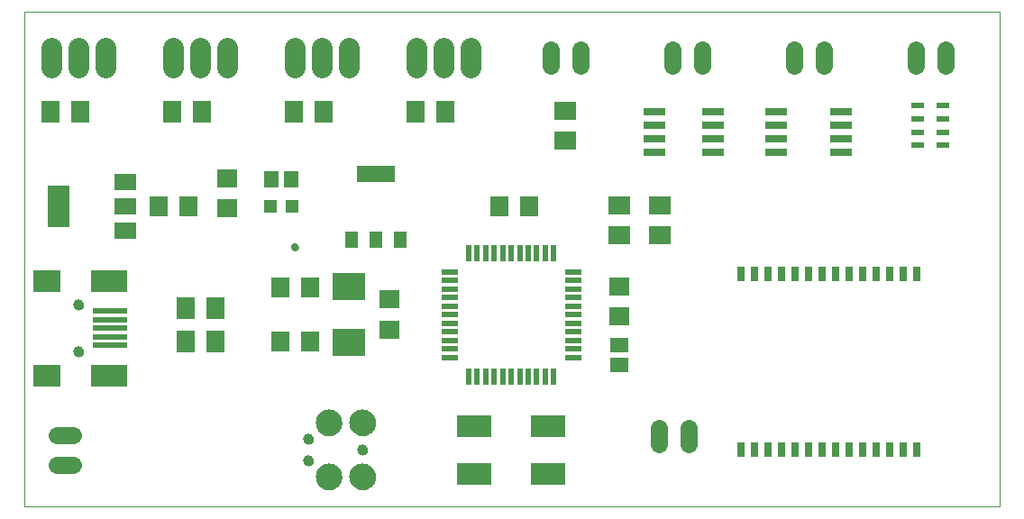
<source format=gts>
G75*
%MOIN*%
%OFA0B0*%
%FSLAX24Y24*%
%IPPOS*%
%LPD*%
%AMOC8*
5,1,8,0,0,1.08239X$1,22.5*
%
%ADD10C,0.0000*%
%ADD11C,0.0276*%
%ADD12R,0.0512X0.0512*%
%ADD13R,0.0552X0.0631*%
%ADD14R,0.0749X0.0670*%
%ADD15C,0.0390*%
%ADD16C,0.0975*%
%ADD17R,0.0237X0.0631*%
%ADD18R,0.0631X0.0237*%
%ADD19R,0.1290X0.0790*%
%ADD20R,0.0670X0.0749*%
%ADD21R,0.0750X0.0670*%
%ADD22R,0.0670X0.0552*%
%ADD23R,0.1221X0.1024*%
%ADD24R,0.1024X0.0827*%
%ADD25R,0.1339X0.0827*%
%ADD26R,0.1260X0.0237*%
%ADD27C,0.0394*%
%ADD28R,0.0670X0.0827*%
%ADD29R,0.0830X0.0630*%
%ADD30R,0.0830X0.1540*%
%ADD31R,0.0290X0.0540*%
%ADD32C,0.0640*%
%ADD33R,0.0827X0.0670*%
%ADD34R,0.0840X0.0300*%
%ADD35R,0.0512X0.0237*%
%ADD36R,0.0512X0.0591*%
%ADD37R,0.1418X0.0591*%
%ADD38C,0.0780*%
D10*
X003100Y000158D02*
X003100Y018454D01*
X039170Y018454D01*
X039170Y000158D01*
X003100Y000158D01*
X004923Y005892D02*
X004925Y005918D01*
X004931Y005944D01*
X004941Y005969D01*
X004954Y005992D01*
X004970Y006012D01*
X004990Y006030D01*
X005012Y006045D01*
X005035Y006057D01*
X005061Y006065D01*
X005087Y006069D01*
X005113Y006069D01*
X005139Y006065D01*
X005165Y006057D01*
X005189Y006045D01*
X005210Y006030D01*
X005230Y006012D01*
X005246Y005992D01*
X005259Y005969D01*
X005269Y005944D01*
X005275Y005918D01*
X005277Y005892D01*
X005275Y005866D01*
X005269Y005840D01*
X005259Y005815D01*
X005246Y005792D01*
X005230Y005772D01*
X005210Y005754D01*
X005188Y005739D01*
X005165Y005727D01*
X005139Y005719D01*
X005113Y005715D01*
X005087Y005715D01*
X005061Y005719D01*
X005035Y005727D01*
X005011Y005739D01*
X004990Y005754D01*
X004970Y005772D01*
X004954Y005792D01*
X004941Y005815D01*
X004931Y005840D01*
X004925Y005866D01*
X004923Y005892D01*
X004923Y007624D02*
X004925Y007650D01*
X004931Y007676D01*
X004941Y007701D01*
X004954Y007724D01*
X004970Y007744D01*
X004990Y007762D01*
X005012Y007777D01*
X005035Y007789D01*
X005061Y007797D01*
X005087Y007801D01*
X005113Y007801D01*
X005139Y007797D01*
X005165Y007789D01*
X005189Y007777D01*
X005210Y007762D01*
X005230Y007744D01*
X005246Y007724D01*
X005259Y007701D01*
X005269Y007676D01*
X005275Y007650D01*
X005277Y007624D01*
X005275Y007598D01*
X005269Y007572D01*
X005259Y007547D01*
X005246Y007524D01*
X005230Y007504D01*
X005210Y007486D01*
X005188Y007471D01*
X005165Y007459D01*
X005139Y007451D01*
X005113Y007447D01*
X005087Y007447D01*
X005061Y007451D01*
X005035Y007459D01*
X005011Y007471D01*
X004990Y007486D01*
X004970Y007504D01*
X004954Y007524D01*
X004941Y007547D01*
X004931Y007572D01*
X004925Y007598D01*
X004923Y007624D01*
X012982Y009758D02*
X012984Y009779D01*
X012990Y009799D01*
X012999Y009819D01*
X013011Y009836D01*
X013026Y009850D01*
X013044Y009862D01*
X013064Y009870D01*
X013084Y009875D01*
X013105Y009876D01*
X013126Y009873D01*
X013146Y009867D01*
X013165Y009856D01*
X013182Y009843D01*
X013195Y009827D01*
X013206Y009809D01*
X013214Y009789D01*
X013218Y009769D01*
X013218Y009747D01*
X013214Y009727D01*
X013206Y009707D01*
X013195Y009689D01*
X013182Y009673D01*
X013165Y009660D01*
X013146Y009649D01*
X013126Y009643D01*
X013105Y009640D01*
X013084Y009641D01*
X013064Y009646D01*
X013044Y009654D01*
X013026Y009666D01*
X013011Y009680D01*
X012999Y009697D01*
X012990Y009717D01*
X012984Y009737D01*
X012982Y009758D01*
X013883Y003258D02*
X013885Y003301D01*
X013891Y003344D01*
X013901Y003386D01*
X013915Y003427D01*
X013932Y003466D01*
X013953Y003504D01*
X013977Y003539D01*
X014005Y003573D01*
X014035Y003603D01*
X014069Y003631D01*
X014104Y003655D01*
X014142Y003676D01*
X014181Y003693D01*
X014222Y003707D01*
X014264Y003717D01*
X014307Y003723D01*
X014350Y003725D01*
X014393Y003723D01*
X014436Y003717D01*
X014478Y003707D01*
X014519Y003693D01*
X014558Y003676D01*
X014596Y003655D01*
X014631Y003631D01*
X014665Y003603D01*
X014695Y003573D01*
X014723Y003539D01*
X014747Y003504D01*
X014768Y003466D01*
X014785Y003427D01*
X014799Y003386D01*
X014809Y003344D01*
X014815Y003301D01*
X014817Y003258D01*
X014815Y003215D01*
X014809Y003172D01*
X014799Y003130D01*
X014785Y003089D01*
X014768Y003050D01*
X014747Y003012D01*
X014723Y002977D01*
X014695Y002943D01*
X014665Y002913D01*
X014631Y002885D01*
X014596Y002861D01*
X014558Y002840D01*
X014519Y002823D01*
X014478Y002809D01*
X014436Y002799D01*
X014393Y002793D01*
X014350Y002791D01*
X014307Y002793D01*
X014264Y002799D01*
X014222Y002809D01*
X014181Y002823D01*
X014142Y002840D01*
X014104Y002861D01*
X014069Y002885D01*
X014035Y002913D01*
X014005Y002943D01*
X013977Y002977D01*
X013953Y003012D01*
X013932Y003050D01*
X013915Y003089D01*
X013901Y003130D01*
X013891Y003172D01*
X013885Y003215D01*
X013883Y003258D01*
X013425Y002658D02*
X013427Y002684D01*
X013433Y002710D01*
X013442Y002734D01*
X013455Y002757D01*
X013472Y002777D01*
X013491Y002795D01*
X013513Y002810D01*
X013536Y002821D01*
X013561Y002829D01*
X013587Y002833D01*
X013613Y002833D01*
X013639Y002829D01*
X013664Y002821D01*
X013688Y002810D01*
X013709Y002795D01*
X013728Y002777D01*
X013745Y002757D01*
X013758Y002734D01*
X013767Y002710D01*
X013773Y002684D01*
X013775Y002658D01*
X013773Y002632D01*
X013767Y002606D01*
X013758Y002582D01*
X013745Y002559D01*
X013728Y002539D01*
X013709Y002521D01*
X013687Y002506D01*
X013664Y002495D01*
X013639Y002487D01*
X013613Y002483D01*
X013587Y002483D01*
X013561Y002487D01*
X013536Y002495D01*
X013512Y002506D01*
X013491Y002521D01*
X013472Y002539D01*
X013455Y002559D01*
X013442Y002582D01*
X013433Y002606D01*
X013427Y002632D01*
X013425Y002658D01*
X013425Y001858D02*
X013427Y001884D01*
X013433Y001910D01*
X013442Y001934D01*
X013455Y001957D01*
X013472Y001977D01*
X013491Y001995D01*
X013513Y002010D01*
X013536Y002021D01*
X013561Y002029D01*
X013587Y002033D01*
X013613Y002033D01*
X013639Y002029D01*
X013664Y002021D01*
X013688Y002010D01*
X013709Y001995D01*
X013728Y001977D01*
X013745Y001957D01*
X013758Y001934D01*
X013767Y001910D01*
X013773Y001884D01*
X013775Y001858D01*
X013773Y001832D01*
X013767Y001806D01*
X013758Y001782D01*
X013745Y001759D01*
X013728Y001739D01*
X013709Y001721D01*
X013687Y001706D01*
X013664Y001695D01*
X013639Y001687D01*
X013613Y001683D01*
X013587Y001683D01*
X013561Y001687D01*
X013536Y001695D01*
X013512Y001706D01*
X013491Y001721D01*
X013472Y001739D01*
X013455Y001759D01*
X013442Y001782D01*
X013433Y001806D01*
X013427Y001832D01*
X013425Y001858D01*
X013883Y001258D02*
X013885Y001301D01*
X013891Y001344D01*
X013901Y001386D01*
X013915Y001427D01*
X013932Y001466D01*
X013953Y001504D01*
X013977Y001539D01*
X014005Y001573D01*
X014035Y001603D01*
X014069Y001631D01*
X014104Y001655D01*
X014142Y001676D01*
X014181Y001693D01*
X014222Y001707D01*
X014264Y001717D01*
X014307Y001723D01*
X014350Y001725D01*
X014393Y001723D01*
X014436Y001717D01*
X014478Y001707D01*
X014519Y001693D01*
X014558Y001676D01*
X014596Y001655D01*
X014631Y001631D01*
X014665Y001603D01*
X014695Y001573D01*
X014723Y001539D01*
X014747Y001504D01*
X014768Y001466D01*
X014785Y001427D01*
X014799Y001386D01*
X014809Y001344D01*
X014815Y001301D01*
X014817Y001258D01*
X014815Y001215D01*
X014809Y001172D01*
X014799Y001130D01*
X014785Y001089D01*
X014768Y001050D01*
X014747Y001012D01*
X014723Y000977D01*
X014695Y000943D01*
X014665Y000913D01*
X014631Y000885D01*
X014596Y000861D01*
X014558Y000840D01*
X014519Y000823D01*
X014478Y000809D01*
X014436Y000799D01*
X014393Y000793D01*
X014350Y000791D01*
X014307Y000793D01*
X014264Y000799D01*
X014222Y000809D01*
X014181Y000823D01*
X014142Y000840D01*
X014104Y000861D01*
X014069Y000885D01*
X014035Y000913D01*
X014005Y000943D01*
X013977Y000977D01*
X013953Y001012D01*
X013932Y001050D01*
X013915Y001089D01*
X013901Y001130D01*
X013891Y001172D01*
X013885Y001215D01*
X013883Y001258D01*
X015133Y001258D02*
X015135Y001301D01*
X015141Y001344D01*
X015151Y001386D01*
X015165Y001427D01*
X015182Y001466D01*
X015203Y001504D01*
X015227Y001539D01*
X015255Y001573D01*
X015285Y001603D01*
X015319Y001631D01*
X015354Y001655D01*
X015392Y001676D01*
X015431Y001693D01*
X015472Y001707D01*
X015514Y001717D01*
X015557Y001723D01*
X015600Y001725D01*
X015643Y001723D01*
X015686Y001717D01*
X015728Y001707D01*
X015769Y001693D01*
X015808Y001676D01*
X015846Y001655D01*
X015881Y001631D01*
X015915Y001603D01*
X015945Y001573D01*
X015973Y001539D01*
X015997Y001504D01*
X016018Y001466D01*
X016035Y001427D01*
X016049Y001386D01*
X016059Y001344D01*
X016065Y001301D01*
X016067Y001258D01*
X016065Y001215D01*
X016059Y001172D01*
X016049Y001130D01*
X016035Y001089D01*
X016018Y001050D01*
X015997Y001012D01*
X015973Y000977D01*
X015945Y000943D01*
X015915Y000913D01*
X015881Y000885D01*
X015846Y000861D01*
X015808Y000840D01*
X015769Y000823D01*
X015728Y000809D01*
X015686Y000799D01*
X015643Y000793D01*
X015600Y000791D01*
X015557Y000793D01*
X015514Y000799D01*
X015472Y000809D01*
X015431Y000823D01*
X015392Y000840D01*
X015354Y000861D01*
X015319Y000885D01*
X015285Y000913D01*
X015255Y000943D01*
X015227Y000977D01*
X015203Y001012D01*
X015182Y001050D01*
X015165Y001089D01*
X015151Y001130D01*
X015141Y001172D01*
X015135Y001215D01*
X015133Y001258D01*
X015425Y002258D02*
X015427Y002284D01*
X015433Y002310D01*
X015442Y002334D01*
X015455Y002357D01*
X015472Y002377D01*
X015491Y002395D01*
X015513Y002410D01*
X015536Y002421D01*
X015561Y002429D01*
X015587Y002433D01*
X015613Y002433D01*
X015639Y002429D01*
X015664Y002421D01*
X015688Y002410D01*
X015709Y002395D01*
X015728Y002377D01*
X015745Y002357D01*
X015758Y002334D01*
X015767Y002310D01*
X015773Y002284D01*
X015775Y002258D01*
X015773Y002232D01*
X015767Y002206D01*
X015758Y002182D01*
X015745Y002159D01*
X015728Y002139D01*
X015709Y002121D01*
X015687Y002106D01*
X015664Y002095D01*
X015639Y002087D01*
X015613Y002083D01*
X015587Y002083D01*
X015561Y002087D01*
X015536Y002095D01*
X015512Y002106D01*
X015491Y002121D01*
X015472Y002139D01*
X015455Y002159D01*
X015442Y002182D01*
X015433Y002206D01*
X015427Y002232D01*
X015425Y002258D01*
X015133Y003258D02*
X015135Y003301D01*
X015141Y003344D01*
X015151Y003386D01*
X015165Y003427D01*
X015182Y003466D01*
X015203Y003504D01*
X015227Y003539D01*
X015255Y003573D01*
X015285Y003603D01*
X015319Y003631D01*
X015354Y003655D01*
X015392Y003676D01*
X015431Y003693D01*
X015472Y003707D01*
X015514Y003717D01*
X015557Y003723D01*
X015600Y003725D01*
X015643Y003723D01*
X015686Y003717D01*
X015728Y003707D01*
X015769Y003693D01*
X015808Y003676D01*
X015846Y003655D01*
X015881Y003631D01*
X015915Y003603D01*
X015945Y003573D01*
X015973Y003539D01*
X015997Y003504D01*
X016018Y003466D01*
X016035Y003427D01*
X016049Y003386D01*
X016059Y003344D01*
X016065Y003301D01*
X016067Y003258D01*
X016065Y003215D01*
X016059Y003172D01*
X016049Y003130D01*
X016035Y003089D01*
X016018Y003050D01*
X015997Y003012D01*
X015973Y002977D01*
X015945Y002943D01*
X015915Y002913D01*
X015881Y002885D01*
X015846Y002861D01*
X015808Y002840D01*
X015769Y002823D01*
X015728Y002809D01*
X015686Y002799D01*
X015643Y002793D01*
X015600Y002791D01*
X015557Y002793D01*
X015514Y002799D01*
X015472Y002809D01*
X015431Y002823D01*
X015392Y002840D01*
X015354Y002861D01*
X015319Y002885D01*
X015285Y002913D01*
X015255Y002943D01*
X015227Y002977D01*
X015203Y003012D01*
X015182Y003050D01*
X015165Y003089D01*
X015151Y003130D01*
X015141Y003172D01*
X015135Y003215D01*
X015133Y003258D01*
D11*
X013100Y009758D03*
D12*
X013013Y011258D03*
X012187Y011258D03*
D13*
X012226Y012258D03*
X012974Y012258D03*
D14*
X010600Y012309D03*
X010600Y011207D03*
X025100Y008309D03*
X025100Y007207D03*
D15*
X015600Y002258D03*
X013600Y001858D03*
X013600Y002658D03*
D16*
X014350Y003258D03*
X015600Y003258D03*
X015600Y001258D03*
X014350Y001258D03*
D17*
X019525Y004975D03*
X019840Y004975D03*
X020155Y004975D03*
X020470Y004975D03*
X020785Y004975D03*
X021100Y004975D03*
X021415Y004975D03*
X021730Y004975D03*
X022045Y004975D03*
X022360Y004975D03*
X022675Y004975D03*
X022675Y009541D03*
X022360Y009541D03*
X022045Y009541D03*
X021730Y009541D03*
X021415Y009541D03*
X021100Y009541D03*
X020785Y009541D03*
X020470Y009541D03*
X020155Y009541D03*
X019840Y009541D03*
X019525Y009541D03*
D18*
X018817Y008833D03*
X018817Y008518D03*
X018817Y008203D03*
X018817Y007888D03*
X018817Y007573D03*
X018817Y007258D03*
X018817Y006943D03*
X018817Y006628D03*
X018817Y006313D03*
X018817Y005998D03*
X018817Y005683D03*
X023383Y005683D03*
X023383Y005998D03*
X023383Y006313D03*
X023383Y006628D03*
X023383Y006943D03*
X023383Y007258D03*
X023383Y007573D03*
X023383Y007888D03*
X023383Y008203D03*
X023383Y008518D03*
X023383Y008833D03*
D19*
X022475Y003133D03*
X022475Y001383D03*
X019725Y001383D03*
X019725Y003133D03*
D20*
X013651Y006258D03*
X012549Y006258D03*
X012549Y008258D03*
X013651Y008258D03*
X009151Y011258D03*
X008049Y011258D03*
X020674Y011258D03*
X021776Y011258D03*
D21*
X016600Y007818D03*
X016600Y006698D03*
D22*
X025100Y006132D03*
X025100Y005384D03*
D23*
X015100Y006248D03*
X015100Y008307D03*
D24*
X003919Y008510D03*
X003919Y005006D03*
D25*
X006242Y005006D03*
X006242Y008510D03*
D26*
X006281Y007388D03*
X006281Y007073D03*
X006281Y006758D03*
X006281Y006443D03*
X006281Y006128D03*
D27*
X005100Y005892D03*
X005100Y007624D03*
D28*
X009049Y007508D03*
X010151Y007508D03*
X010151Y006258D03*
X009049Y006258D03*
X008549Y014758D03*
X009651Y014758D03*
X013049Y014758D03*
X014151Y014758D03*
X017549Y014758D03*
X018651Y014758D03*
X005151Y014758D03*
X004049Y014758D03*
D29*
X006840Y012168D03*
X006840Y011268D03*
X006840Y010368D03*
D30*
X004360Y011258D03*
D31*
X029600Y008758D03*
X030100Y008758D03*
X030600Y008758D03*
X031100Y008758D03*
X031600Y008758D03*
X032100Y008758D03*
X032600Y008758D03*
X033100Y008758D03*
X033600Y008758D03*
X034100Y008758D03*
X034600Y008758D03*
X035100Y008758D03*
X035600Y008758D03*
X036100Y008758D03*
X036100Y002258D03*
X035600Y002258D03*
X035100Y002258D03*
X034600Y002258D03*
X034100Y002258D03*
X033600Y002258D03*
X033100Y002258D03*
X032600Y002258D03*
X032100Y002258D03*
X031600Y002258D03*
X031100Y002258D03*
X030600Y002258D03*
X030100Y002258D03*
X029600Y002258D03*
D32*
X027650Y002458D02*
X027650Y003058D01*
X026550Y003058D02*
X026550Y002458D01*
X027050Y016458D02*
X027050Y017058D01*
X028150Y017058D02*
X028150Y016458D01*
X031550Y016458D02*
X031550Y017058D01*
X032650Y017058D02*
X032650Y016458D01*
X036050Y016458D02*
X036050Y017058D01*
X037150Y017058D02*
X037150Y016458D01*
X023650Y016458D02*
X023650Y017058D01*
X022550Y017058D02*
X022550Y016458D01*
X004900Y002808D02*
X004300Y002808D01*
X004300Y001708D02*
X004900Y001708D01*
D33*
X023100Y013707D03*
X023100Y014809D03*
X025100Y011309D03*
X025100Y010207D03*
X026600Y010207D03*
X026600Y011309D03*
D34*
X026390Y013258D03*
X026390Y013758D03*
X026390Y014258D03*
X026390Y014758D03*
X028560Y014758D03*
X028560Y014258D03*
X028560Y013758D03*
X028560Y013258D03*
X030890Y013258D03*
X030890Y013758D03*
X030890Y014258D03*
X030890Y014758D03*
X033310Y014758D03*
X033310Y014258D03*
X033310Y013758D03*
X033310Y013258D03*
D35*
X036128Y013520D03*
X036128Y014012D03*
X036128Y014504D03*
X036128Y014996D03*
X037072Y014996D03*
X037072Y014504D03*
X037072Y014012D03*
X037072Y013520D03*
D36*
X017010Y010038D03*
X016100Y010038D03*
X015190Y010038D03*
D37*
X016100Y012478D03*
D38*
X015100Y016388D02*
X015100Y017128D01*
X014100Y017128D02*
X014100Y016388D01*
X013100Y016388D02*
X013100Y017128D01*
X010600Y017128D02*
X010600Y016388D01*
X009600Y016388D02*
X009600Y017128D01*
X008600Y017128D02*
X008600Y016388D01*
X006100Y016388D02*
X006100Y017128D01*
X005100Y017128D02*
X005100Y016388D01*
X004100Y016388D02*
X004100Y017128D01*
X017600Y017128D02*
X017600Y016388D01*
X018600Y016388D02*
X018600Y017128D01*
X019600Y017128D02*
X019600Y016388D01*
M02*

</source>
